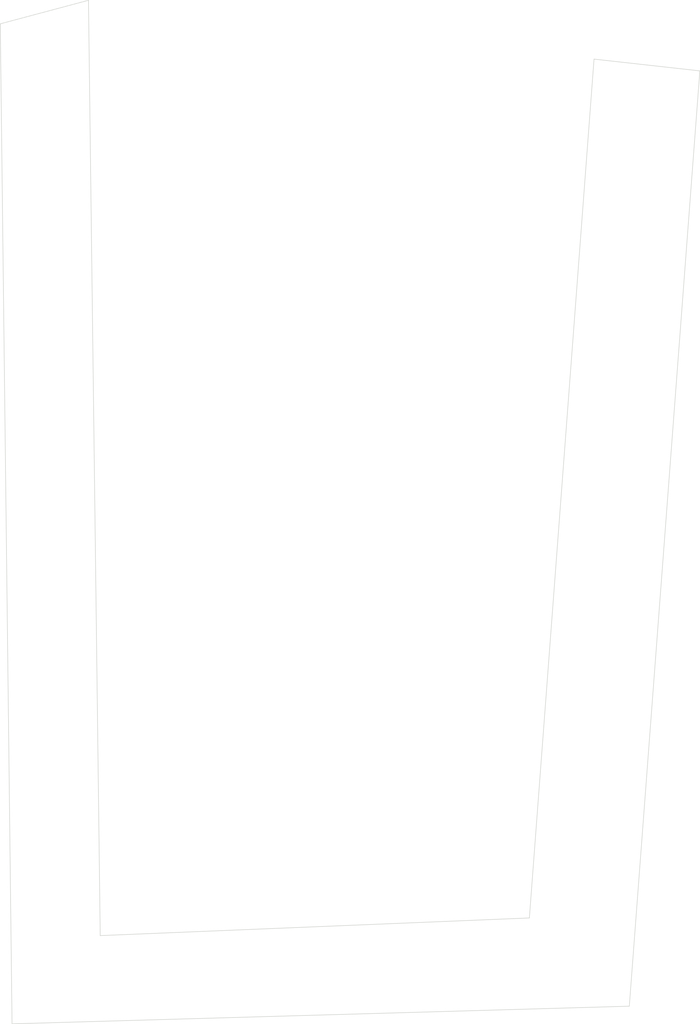
<source format=kicad_pcb>
(kicad_pcb (version 20221018) (generator pcbnew)

  (general
    (thickness 1.6)
  )

  (paper "A4")
  (layers
    (0 "F.Cu" signal)
    (31 "B.Cu" signal)
    (32 "B.Adhes" user "B.Adhesive")
    (33 "F.Adhes" user "F.Adhesive")
    (34 "B.Paste" user)
    (35 "F.Paste" user)
    (36 "B.SilkS" user "B.Silkscreen")
    (37 "F.SilkS" user "F.Silkscreen")
    (38 "B.Mask" user)
    (39 "F.Mask" user)
    (40 "Dwgs.User" user "User.Drawings")
    (41 "Cmts.User" user "User.Comments")
    (42 "Eco1.User" user "User.Eco1")
    (43 "Eco2.User" user "User.Eco2")
    (44 "Edge.Cuts" user)
    (45 "Margin" user)
    (46 "B.CrtYd" user "B.Courtyard")
    (47 "F.CrtYd" user "F.Courtyard")
    (48 "B.Fab" user)
    (49 "F.Fab" user)
    (50 "User.1" user)
    (51 "User.2" user)
    (52 "User.3" user)
    (53 "User.4" user)
    (54 "User.5" user)
    (55 "User.6" user)
    (56 "User.7" user)
    (57 "User.8" user)
    (58 "User.9" user)
  )

  (setup
    (stackup
      (layer "F.SilkS" (type "Top Silk Screen"))
      (layer "F.Paste" (type "Top Solder Paste"))
      (layer "F.Mask" (type "Top Solder Mask") (thickness 0.01))
      (layer "F.Cu" (type "copper") (thickness 0.035))
      (layer "dielectric 1" (type "core") (thickness 1.51) (material "FR4") (epsilon_r 4.5) (loss_tangent 0.02))
      (layer "B.Cu" (type "copper") (thickness 0.035))
      (layer "B.Mask" (type "Bottom Solder Mask") (thickness 0.01))
      (layer "B.Paste" (type "Bottom Solder Paste"))
      (layer "B.SilkS" (type "Bottom Silk Screen"))
      (copper_finish "None")
      (dielectric_constraints no)
    )
    (pad_to_mask_clearance 0)
    (pcbplotparams
      (layerselection 0x00010fc_ffffffff)
      (plot_on_all_layers_selection 0x0000000_00000000)
      (disableapertmacros false)
      (usegerberextensions false)
      (usegerberattributes true)
      (usegerberadvancedattributes true)
      (creategerberjobfile true)
      (dashed_line_dash_ratio 12.000000)
      (dashed_line_gap_ratio 3.000000)
      (svgprecision 4)
      (plotframeref false)
      (viasonmask false)
      (mode 1)
      (useauxorigin false)
      (hpglpennumber 1)
      (hpglpenspeed 20)
      (hpglpendiameter 15.000000)
      (dxfpolygonmode true)
      (dxfimperialunits true)
      (dxfusepcbnewfont true)
      (psnegative false)
      (psa4output false)
      (plotreference true)
      (plotvalue true)
      (plotinvisibletext false)
      (sketchpadsonfab false)
      (subtractmaskfromsilk false)
      (outputformat 1)
      (mirror false)
      (drillshape 1)
      (scaleselection 1)
      (outputdirectory "")
    )
  )

  (net 0 "")

  (gr_line (start 1.499965 87.483117) (end 53.999965 85.983117)
    (stroke (width 0.05) (type default)) (layer "Edge.Cuts") (tstamp 27f9c382-fd78-4cb9-a083-8cbce4f0e97b))
  (gr_line (start 0.499965 2.483117) (end 1.499965 87.483117)
    (stroke (width 0.05) (type default)) (layer "Edge.Cuts") (tstamp 394d1e4b-154c-4fd2-967f-15ec822ff10b))
  (gr_line (start 50.999965 5.483117) (end 45.499965 78.483117)
    (stroke (width 0.05) (type default)) (layer "Edge.Cuts") (tstamp 974331e0-9a42-4f1f-a965-5742f8161ec1))
  (gr_line (start 59.999965 6.483117) (end 50.999965 5.483117)
    (stroke (width 0.05) (type default)) (layer "Edge.Cuts") (tstamp 9a5cb717-ed9b-43d6-9d66-931e638b5edd))
  (gr_line (start 7.999965 0.483117) (end 0.499965 2.483117)
    (stroke (width 0.05) (type default)) (layer "Edge.Cuts") (tstamp a509891f-024d-403d-8809-42fa1327f89e))
  (gr_line (start 53.999965 85.983117) (end 59.999965 6.483117)
    (stroke (width 0.05) (type default)) (layer "Edge.Cuts") (tstamp b1f3cf19-d8a5-4fa2-9a61-7ad3c5fe8407))
  (gr_line (start 45.499965 78.483117) (end 8.999965 79.983117)
    (stroke (width 0.05) (type default)) (layer "Edge.Cuts") (tstamp b58239fc-2641-4fc6-ac2c-d025ae08072a))
  (gr_line (start 8.999965 79.983117) (end 7.999965 0.483117)
    (stroke (width 0.05) (type default)) (layer "Edge.Cuts") (tstamp d42b986d-f5f9-4edb-aca6-6105bf414e20))

)

</source>
